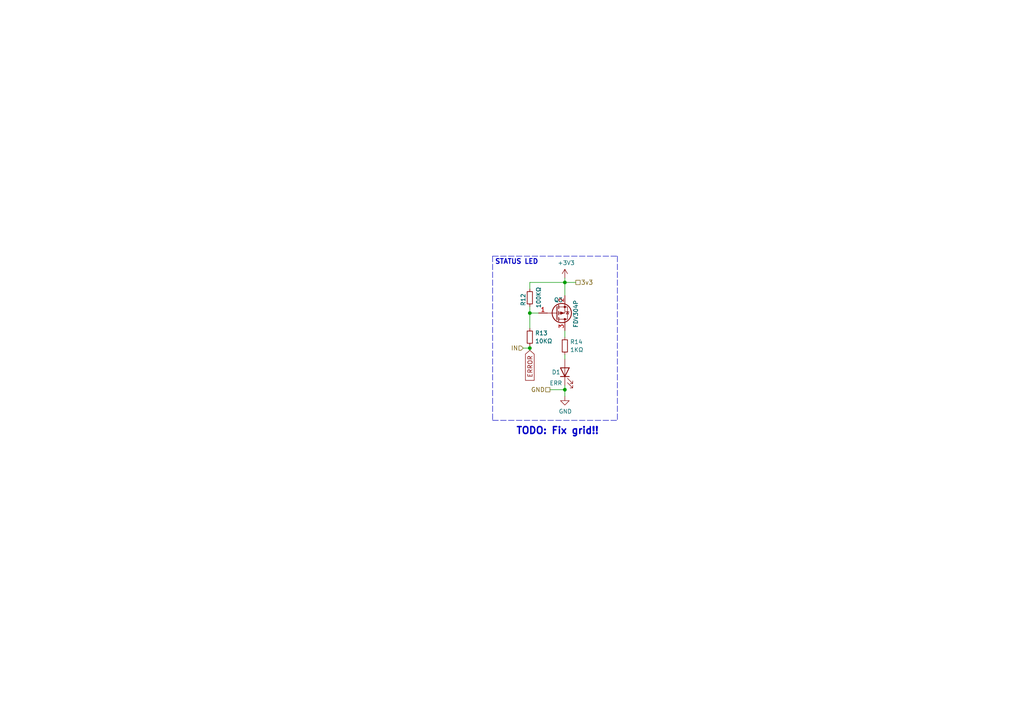
<source format=kicad_sch>
(kicad_sch (version 20211123) (generator eeschema)
  (paper "A4")
  (lib_symbols
    (symbol "Device:LED" (pin_numbers hide) (pin_names (offset 1.016) hide)
      (property "Reference" "D" (at 0 2.54 0))
      (property "Value" "LED" (at 0 -2.54 0))
      (symbol "LED_0_1"
        (polyline (pts (xy -1.27 -1.27) (xy -1.27 1.27)) (stroke (width 0.254)))
        (polyline (pts (xy -1.27 0) (xy 1.27 0)))
        (polyline (pts (xy 1.27 -1.27) (xy 1.27 1.27) (xy -1.27 0) (xy 1.27 -1.27)) (stroke (width 0.254)))
        (polyline (pts (xy -3.048 -0.762) (xy -4.572 -2.286) (xy -3.81 -2.286) (xy -4.572 -2.286) (xy -4.572 -1.524)))
        (polyline (pts (xy -1.778 -0.762) (xy -3.302 -2.286) (xy -2.54 -2.286) (xy -3.302 -2.286) (xy -3.302 -1.524)))
      )
      (symbol "LED_1_1"
        (pin passive line (at -3.81 0 0) (length 2.54) (name "K") (number "1"))
        (pin passive line (at 3.81 0 180) (length 2.54) (name "A") (number "2"))
      )
    )
    (symbol "Device:Q_PMOS_GSD" (pin_names (offset 0) hide)
      (property "Reference" "Q" (at 5.08 1.27 0))
      (property "Value" "Q_PMOS_GSD" (at 5.08 -1.27 0))
      (symbol "Q_PMOS_GSD_0_1"
        (polyline (pts (xy 0.254 0) (xy -2.54 0)))
        (polyline (pts (xy 0.254 1.905) (xy 0.254 -1.905)) (stroke (width 0.254)))
        (polyline (pts (xy 0.762 -1.27) (xy 0.762 -2.286)) (stroke (width 0.254)))
        (polyline (pts (xy 0.762 0.508) (xy 0.762 -0.508)) (stroke (width 0.254)))
        (polyline (pts (xy 0.762 2.286) (xy 0.762 1.27)) (stroke (width 0.254)))
        (polyline (pts (xy 2.54 2.54) (xy 2.54 1.778)))
        (polyline (pts (xy 2.54 -2.54) (xy 2.54 0) (xy 0.762 0)))
        (polyline (pts (xy 0.762 1.778) (xy 3.302 1.778) (xy 3.302 -1.778) (xy 0.762 -1.778)))
        (polyline (pts (xy 2.286 0) (xy 1.27 0.381) (xy 1.27 -0.381) (xy 2.286 0)) (fill (type outline)))
        (polyline (pts (xy 2.794 -0.508) (xy 2.921 -0.381) (xy 3.683 -0.381) (xy 3.81 -0.254)))
        (polyline (pts (xy 3.302 -0.381) (xy 2.921 0.254) (xy 3.683 0.254) (xy 3.302 -0.381)))
        (circle (center 1.651 0) (radius 2.794) (stroke (width 0.254)))
        (circle (center 2.54 -1.778) (radius 0.254) (fill (type outline)))
        (circle (center 2.54 1.778) (radius 0.254) (fill (type outline)))
      )
      (symbol "Q_PMOS_GSD_1_1"
        (pin input line (at -5.08 0 0) (length 2.54) (name "G") (number "1"))
        (pin passive line (at 2.54 -5.08 90) (length 2.54) (name "S") (number "2"))
        (pin passive line (at 2.54 5.08 270) (length 2.54) (name "D") (number "3"))
      )
    )
    (symbol "Device:R_Small" (pin_numbers hide) (pin_names (offset 0.254) hide)
      (property "Reference" "R" (at 0.762 0.508 0))
      (property "Value" "R_Small" (at 0.762 -1.016 0))
      (symbol "R_Small_0_1"
        (rectangle (start -0.762 1.778) (end 0.762 -1.778) (stroke (width 0.2032)))
      )
      (symbol "R_Small_1_1"
        (pin passive line (at 0 2.54 270) (length 0.762) (name "~") (number "1"))
        (pin passive line (at 0 -2.54 90) (length 0.762) (name "~") (number "2"))
      )
    )
    (symbol "power:+3V3" (power) (pin_names (offset 0))
      (property "Value" "+3V3" (at 0 3.556 0))
      (symbol "+3V3_0_1"
        (polyline (pts (xy -0.762 1.27) (xy 0 2.54)))
        (polyline (pts (xy 0 0) (xy 0 2.54)))
        (polyline (pts (xy 0 2.54) (xy 0.762 1.27)))
      )
      (symbol "+3V3_1_1"
        (pin power_in line (at 0 0 90) (length 0) hide (name "+3V3") (number "1"))
      )
    )
    (symbol "power:GND" (power) (pin_names (offset 0))
      (property "Value" "GND" (at 0 -3.81 0))
      (symbol "GND_0_1"
        (polyline (pts (xy 0 0) (xy 0 -1.27) (xy 1.27 -1.27) (xy 0 -2.54) (xy -1.27 -1.27) (xy 0 -1.27)))
      )
      (symbol "GND_1_1"
        (pin power_in line (at 0 0 270) (length 0) hide (name "GND") (number "1"))
      )
    )
  )
  (junction (at 163.83 113.03))
  (junction (at 163.83 81.915))
  (junction (at 153.67 100.965))
  (junction (at 153.67 90.805))
  (wire (pts (xy 159.512 113.03) (xy 163.83 113.03)))
  (wire (pts (xy 153.67 100.965) (xy 153.67 101.6)))
  (wire (pts (xy 163.83 97.79) (xy 163.83 95.885)))
  (wire (pts (xy 153.67 90.805) (xy 156.21 90.805)))
  (wire (pts (xy 163.83 111.76) (xy 163.83 113.03)))
  (wire (pts (xy 163.83 113.03) (xy 163.83 114.935)))
  (wire (pts (xy 153.67 83.82) (xy 153.67 81.915)))
  (wire (pts (xy 153.67 90.805) (xy 153.67 95.25)))
  (wire (pts (xy 163.83 80.645) (xy 163.83 81.915)))
  (polyline (pts (xy 142.875 121.92) (xy 179.07 121.92)))
  (polyline (pts (xy 142.875 74.295) (xy 142.875 121.92)))
  (wire (pts (xy 151.765 100.965) (xy 153.67 100.965)))
  (wire (pts (xy 153.67 100.33) (xy 153.67 100.965)))
  (wire (pts (xy 167.005 81.915) (xy 163.83 81.915)))
  (wire (pts (xy 153.67 88.9) (xy 153.67 90.805)))
  (polyline (pts (xy 142.875 74.295) (xy 179.07 74.295)))
  (wire (pts (xy 163.83 81.915) (xy 163.83 85.725)))
  (wire (pts (xy 163.83 104.14) (xy 163.83 102.87)))
  (polyline (pts (xy 179.07 74.295) (xy 179.07 121.92)))
  (wire (pts (xy 153.67 81.915) (xy 163.83 81.915)))
  (text "TODO: Fix grid!!" (at 149.606 126.238 0) (effects (font (size 2 2) bold) (justify left bottom)))
  (text "STATUS LED" (at 143.51 76.835 0) (effects (font (size 1.397 1.397) (thickness 0.2794) bold) (justify left bottom)))
  (global_label "ERROR" (shape input) (at 153.67 101.6 270) (property "Intersheet References" "${INTERSHEET_REFS}" (effects hide)))
  (hierarchical_label "IN" (shape input) (at 151.765 100.965 180))
  (hierarchical_label "GND" (shape passive) (at 159.512 113.03 180))
  (hierarchical_label "3v3" (shape passive) (at 167.005 81.915 0))
  (symbol (lib_id "Device:Q_PMOS_GSD") (at 161.29 90.805 0) (mirror x) (unit 1)
    (property "Reference" "Q3" (at 160.655 86.995 0) (effects (font (size 1.2 1.2)) (justify left)))
    (property "Value" "FDV304P" (at 167.005 86.995 90) (effects (font (size 1.2 1.2)) (justify left)))
    (property "Footprint" "Package_TO_SOT_SMD:SOT-23W" (effects hide))
    (property "LCSC" "C709971" (effects hide))
  )
  (symbol (lib_id "Device:R_Small") (at 153.67 97.79 0) (mirror y) (unit 1)
    (property "Reference" "R13" (at 155.1686 96.6216 0) (effects (font (size 1.2 1.2)) (justify right)))
    (property "Value" "10KΩ" (at 155.1686 98.933 0) (effects (font (size 1.2 1.2)) (justify right)))
    (property "Footprint" "Resistor_SMD:R_0603_1608Metric" (effects hide))
    (property "LCSC" "C25612" (effects hide))
  )
  (symbol (lib_id "Device:LED") (at 163.83 107.95 90) (unit 1)
    (property "Reference" "D1" (at 160.02 107.95 90) (effects (font (size 1.2 1.2)) (justify right)))
    (property "Value" "ERR" (at 159.385 111.125 90) (effects (font (size 1.2 1.2)) (justify right)))
    (property "Footprint" "LED_SMD:LED_0603_1608Metric" (effects hide))
    (property "Digikey" "160-1445-1-ND" (effects hide))
  )
  (symbol (lib_id "power:+3V3") (at 163.83 80.645 0) (unit 1)
    (property "Reference" "#PWR0153" (effects hide))
    (property "Value" "+3V3" (at 164.211 76.2508 0) (effects (font (size 1.2 1.2))))
  )
  (symbol (lib_id "Device:R_Small") (at 163.83 100.33 180) (unit 1)
    (property "Reference" "R14" (at 165.3286 99.1616 0) (effects (font (size 1.2 1.2)) (justify right)))
    (property "Value" "1KΩ" (at 165.3286 101.473 0) (effects (font (size 1.2 1.2)) (justify right)))
    (property "Footprint" "Resistor_SMD:R_0603_1608Metric" (effects hide))
    (property "LCSC" "C14676" (effects hide))
  )
  (symbol (lib_id "Device:R_Small") (at 153.67 86.36 0) (mirror y) (unit 1)
    (property "Reference" "R12" (at 151.765 85.09 90) (effects (font (size 1.2 1.2)) (justify right)))
    (property "Value" "100KΩ" (at 156.21 83.185 90) (effects (font (size 1.2 1.2)) (justify right)))
    (property "Footprint" "Resistor_SMD:R_0603_1608Metric" (effects hide))
    (property "LCSC" "C25803" (effects hide))
  )
  (symbol (lib_id "power:GND") (at 163.83 114.935 0) (unit 1)
    (property "Reference" "#PWR0167" (effects hide))
    (property "Value" "GND" (at 163.957 119.3292 0) (effects (font (size 1.2 1.2))))
  )
)
</source>
